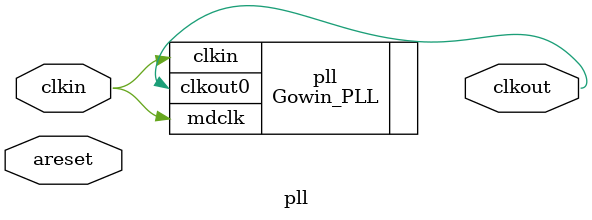
<source format=v>
module sys(
    input           clk50,

    inout           mcu_i2c_sda,
    inout           mcu_i2c_scl,

    output	        vid_pclk,
    output [23:0]   vid_d,
    output          vid_de,
    output          vid_hs,
    output          vid_vs,

    output [3:0]    dbg
);

wire reset_n;
assign reset_n = 1'b1;

assign mcu_i2c_sda = 1'bz;
assign mcu_i2c_scl = 1'bz;

reg[3:0] cnt;
always @(posedge vid_pclk)
begin
    cnt <= cnt + 1;
end

assign dbg = {cnt[3], vid_de, vid_hs, vid_vs};

vpg	u_vpg (
    .clk_50(clk50),
    .reset_n(reset_n),
    .vpg_de(vid_de),
    .vpg_hs(vid_hs),
    .vpg_vs(vid_vs),
    .vpg_pclk_out(vid_pclk),
    .vpg_r(vid_d[23:16]),
    .vpg_g(vid_d[15:8]),
    .vpg_b(vid_d[7:0])
);

endmodule

module pll (
    input clkin,
    input areset,
    output clkout
);

Gowin_PLL pll(
    .clkin(clkin),
    .clkout0(clkout),
    .mdclk(clkin)
);

endmodule

</source>
